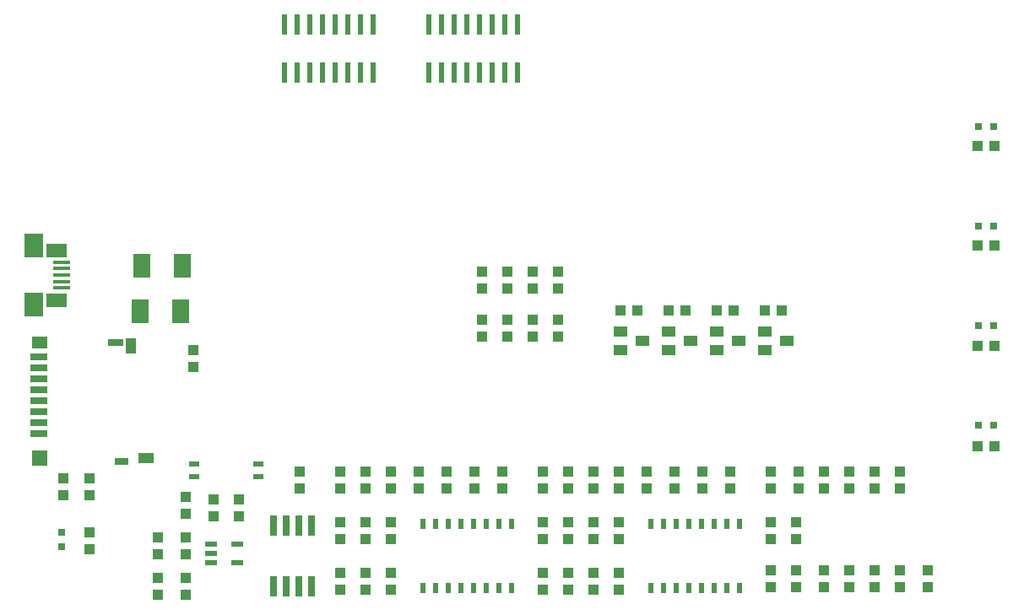
<source format=gtp>
G75*
%MOIN*%
%OFA0B0*%
%FSLAX25Y25*%
%IPPOS*%
%LPD*%
%AMOC8*
5,1,8,0,0,1.08239X$1,22.5*
%
%ADD10R,0.03937X0.04331*%
%ADD11R,0.04331X0.03937*%
%ADD12R,0.05512X0.03937*%
%ADD13R,0.02600X0.08000*%
%ADD14R,0.04724X0.02362*%
%ADD15R,0.01969X0.03937*%
%ADD16R,0.03937X0.01969*%
%ADD17R,0.02400X0.08100*%
%ADD18R,0.03150X0.03150*%
%ADD19R,0.07087X0.09449*%
%ADD20R,0.06890X0.02756*%
%ADD21R,0.06102X0.03937*%
%ADD22R,0.03937X0.06102*%
%ADD23R,0.05906X0.05118*%
%ADD24R,0.05906X0.05906*%
%ADD25R,0.05512X0.03150*%
%ADD26R,0.05906X0.03150*%
%ADD27R,0.06693X0.01772*%
%ADD28R,0.08268X0.05807*%
%ADD29R,0.07480X0.09350*%
D10*
X0060598Y0080254D03*
X0060598Y0086946D03*
X0071598Y0086946D03*
X0071598Y0080254D03*
X0071598Y0096254D03*
X0071598Y0102946D03*
X0060598Y0102946D03*
X0060598Y0096254D03*
X0071598Y0112254D03*
X0071598Y0118946D03*
X0082598Y0117946D03*
X0082598Y0111254D03*
X0092598Y0111254D03*
X0092598Y0117946D03*
X0116598Y0122254D03*
X0116598Y0128946D03*
X0132598Y0128946D03*
X0132598Y0122254D03*
X0142598Y0122254D03*
X0142598Y0128946D03*
X0152598Y0128946D03*
X0152598Y0122254D03*
X0163598Y0122254D03*
X0163598Y0128946D03*
X0174598Y0128946D03*
X0174598Y0122254D03*
X0185598Y0122254D03*
X0185598Y0128946D03*
X0196598Y0128946D03*
X0196598Y0122254D03*
X0212598Y0122254D03*
X0212598Y0128946D03*
X0222598Y0128946D03*
X0222598Y0122254D03*
X0232598Y0122254D03*
X0232598Y0128946D03*
X0242598Y0128946D03*
X0242598Y0122254D03*
X0253598Y0122254D03*
X0253598Y0128946D03*
X0264598Y0128946D03*
X0264598Y0122254D03*
X0275598Y0122254D03*
X0275598Y0128946D03*
X0286598Y0128946D03*
X0286598Y0122254D03*
X0302598Y0122254D03*
X0302598Y0128946D03*
X0313598Y0128946D03*
X0313598Y0122254D03*
X0323598Y0122254D03*
X0323598Y0128946D03*
X0333598Y0128946D03*
X0333598Y0122254D03*
X0343598Y0122254D03*
X0343598Y0128946D03*
X0353598Y0128946D03*
X0353598Y0122254D03*
X0353598Y0089946D03*
X0353598Y0083254D03*
X0343598Y0083254D03*
X0343598Y0089946D03*
X0333598Y0089946D03*
X0333598Y0083254D03*
X0323598Y0083254D03*
X0323598Y0089946D03*
X0312598Y0089946D03*
X0312598Y0083254D03*
X0302598Y0083254D03*
X0302598Y0089946D03*
X0302598Y0102254D03*
X0302598Y0108946D03*
X0312598Y0108946D03*
X0312598Y0102254D03*
X0364598Y0089946D03*
X0364598Y0083254D03*
X0242598Y0082254D03*
X0242598Y0088946D03*
X0232598Y0088946D03*
X0232598Y0082254D03*
X0222598Y0082254D03*
X0222598Y0088946D03*
X0212598Y0088946D03*
X0212598Y0082254D03*
X0212598Y0102254D03*
X0212598Y0108946D03*
X0222598Y0108946D03*
X0222598Y0102254D03*
X0232598Y0102254D03*
X0232598Y0108946D03*
X0242598Y0108946D03*
X0242598Y0102254D03*
X0218598Y0182254D03*
X0218598Y0188946D03*
X0208598Y0188946D03*
X0208598Y0182254D03*
X0198598Y0182254D03*
X0198598Y0188946D03*
X0188598Y0188946D03*
X0188598Y0182254D03*
X0188598Y0201254D03*
X0188598Y0207946D03*
X0198598Y0207946D03*
X0198598Y0201254D03*
X0208598Y0201254D03*
X0208598Y0207946D03*
X0218598Y0207946D03*
X0218598Y0201254D03*
X0152598Y0108946D03*
X0152598Y0102254D03*
X0142598Y0102254D03*
X0142598Y0108946D03*
X0132598Y0108946D03*
X0132598Y0102254D03*
X0132598Y0088946D03*
X0132598Y0082254D03*
X0142598Y0082254D03*
X0142598Y0088946D03*
X0152598Y0088946D03*
X0152598Y0082254D03*
X0074598Y0170254D03*
X0074598Y0176946D03*
X0033598Y0126446D03*
X0033598Y0119754D03*
X0023098Y0119754D03*
X0023098Y0126446D03*
X0033598Y0104946D03*
X0033598Y0098254D03*
D11*
X0243252Y0192600D03*
X0249945Y0192600D03*
X0262252Y0192600D03*
X0268945Y0192600D03*
X0281252Y0192600D03*
X0287945Y0192600D03*
X0300252Y0192600D03*
X0306945Y0192600D03*
X0384142Y0178765D03*
X0390835Y0178765D03*
X0390835Y0218135D03*
X0384142Y0218135D03*
X0384142Y0257506D03*
X0390835Y0257506D03*
X0390835Y0139000D03*
X0384142Y0139000D03*
D12*
X0308929Y0180600D03*
X0300268Y0176860D03*
X0300268Y0184340D03*
X0289929Y0180600D03*
X0281268Y0176860D03*
X0281268Y0184340D03*
X0270929Y0180600D03*
X0262268Y0176860D03*
X0262268Y0184340D03*
X0251929Y0180600D03*
X0243268Y0176860D03*
X0243268Y0184340D03*
D13*
X0121098Y0107700D03*
X0116098Y0107700D03*
X0111098Y0107700D03*
X0106098Y0107700D03*
X0106098Y0083500D03*
X0111098Y0083500D03*
X0116098Y0083500D03*
X0121098Y0083500D03*
D14*
X0091740Y0092860D03*
X0091740Y0100340D03*
X0081457Y0100340D03*
X0081457Y0096600D03*
X0081457Y0092860D03*
D15*
X0165098Y0082844D03*
X0170098Y0082844D03*
X0175098Y0082844D03*
X0180098Y0082844D03*
X0185098Y0082844D03*
X0190098Y0082844D03*
X0195098Y0082844D03*
X0200098Y0082844D03*
X0200098Y0108356D03*
X0195098Y0108356D03*
X0190098Y0108356D03*
X0185098Y0108356D03*
X0180098Y0108356D03*
X0175098Y0108356D03*
X0170098Y0108356D03*
X0165098Y0108356D03*
X0255098Y0108356D03*
X0260098Y0108356D03*
X0265098Y0108356D03*
X0270098Y0108356D03*
X0275098Y0108356D03*
X0280098Y0108356D03*
X0285098Y0108356D03*
X0290098Y0108356D03*
X0290098Y0082844D03*
X0285098Y0082844D03*
X0280098Y0082844D03*
X0275098Y0082844D03*
X0270098Y0082844D03*
X0265098Y0082844D03*
X0260098Y0082844D03*
X0255098Y0082844D03*
D16*
X0100354Y0127100D03*
X0100354Y0132100D03*
X0074843Y0132100D03*
X0074843Y0127100D03*
D17*
X0110598Y0286700D03*
X0115598Y0286700D03*
X0120598Y0286700D03*
X0125598Y0286700D03*
X0130598Y0286700D03*
X0135598Y0286700D03*
X0140598Y0286700D03*
X0145598Y0286700D03*
X0145598Y0305600D03*
X0140598Y0305600D03*
X0135598Y0305600D03*
X0130598Y0305600D03*
X0125598Y0305600D03*
X0120598Y0305600D03*
X0115598Y0305600D03*
X0110598Y0305600D03*
X0167449Y0305600D03*
X0172449Y0305600D03*
X0177449Y0305600D03*
X0182449Y0305600D03*
X0187449Y0305600D03*
X0192449Y0305600D03*
X0197449Y0305600D03*
X0202449Y0305600D03*
X0202449Y0286700D03*
X0197449Y0286700D03*
X0192449Y0286700D03*
X0187449Y0286700D03*
X0182449Y0286700D03*
X0177449Y0286700D03*
X0172449Y0286700D03*
X0167449Y0286700D03*
D18*
X0022598Y0105053D03*
X0022598Y0099147D03*
X0384535Y0147269D03*
X0390441Y0147269D03*
X0390441Y0186639D03*
X0384535Y0186639D03*
X0384535Y0226009D03*
X0390441Y0226009D03*
X0390441Y0265380D03*
X0384535Y0265380D03*
D19*
X0070071Y0210200D03*
X0054126Y0210200D03*
X0053726Y0192200D03*
X0069671Y0192200D03*
D20*
X0013417Y0174317D03*
X0013417Y0169986D03*
X0013417Y0165655D03*
X0013417Y0161324D03*
X0013417Y0156994D03*
X0013417Y0152663D03*
X0013417Y0148332D03*
X0013417Y0144002D03*
D21*
X0055937Y0134356D03*
D22*
X0049736Y0178655D03*
D23*
X0013921Y0179828D03*
D24*
X0013921Y0134356D03*
D25*
X0046390Y0133076D03*
D26*
X0043831Y0180124D03*
D27*
X0022622Y0201482D03*
X0022622Y0204041D03*
X0022622Y0206600D03*
X0022622Y0209159D03*
X0022622Y0211718D03*
D28*
X0020654Y0216443D03*
X0020654Y0196757D03*
D29*
X0011598Y0194986D03*
X0011598Y0218214D03*
M02*

</source>
